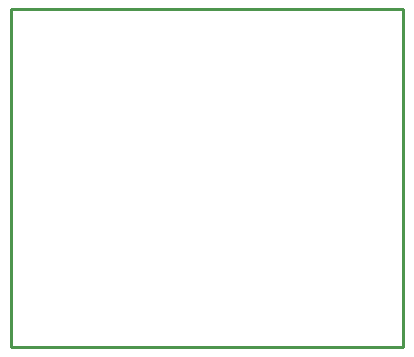
<source format=gko>
G04 Layer: BoardOutlineLayer*
G04 EasyEDA Pro v2.2.32.3, 2024-11-26 12:07:46*
G04 Gerber Generator version 0.3*
G04 Scale: 100 percent, Rotated: No, Reflected: No*
G04 Dimensions in millimeters*
G04 Leading zeros omitted, absolute positions, 3 integers and 5 decimals*
%FSLAX35Y35*%
%MOMM*%
%ADD10C,0.254*%
G75*


G04 Rect Start*
G54D10*
G01X292100Y-2705100D02*
G01X292100Y152400D01*
G01X3606800Y152400D01*
G01X3606800Y-2705100D01*
G01X292100Y-2705100D01*
G04 Rect End*

M02*


</source>
